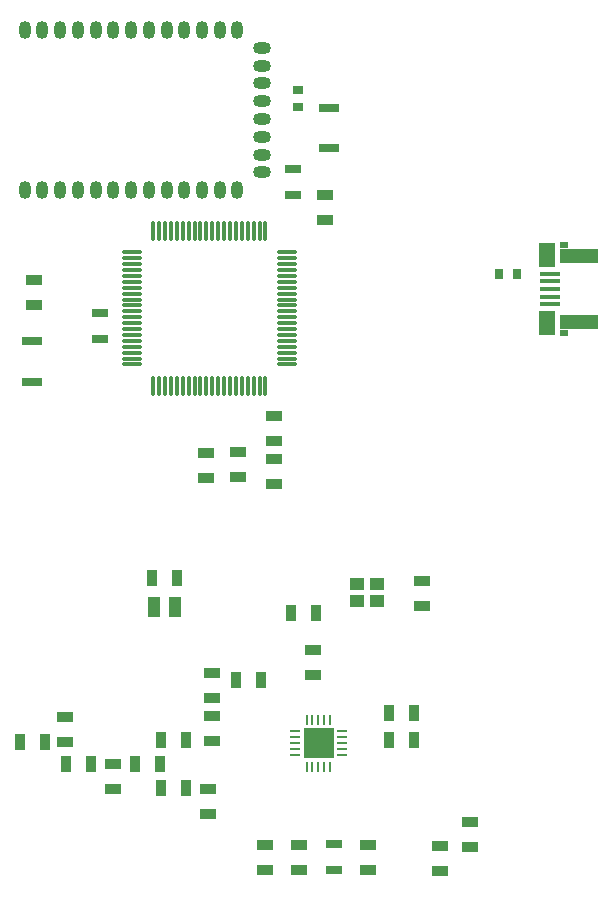
<source format=gtp>
%FSLAX25Y25*%
%MOIN*%
G70*
G01*
G75*
G04 Layer_Color=8421504*
%ADD10C,0.01969*%
%ADD11C,0.01000*%
%ADD12R,0.05512X0.03543*%
%ADD13R,0.03543X0.05512*%
%ADD14R,0.04016X0.07008*%
%ADD15R,0.06693X0.03150*%
%ADD16R,0.02756X0.03543*%
%ADD17R,0.05512X0.03150*%
%ADD18O,0.03740X0.00906*%
%ADD19R,0.03740X0.00906*%
%ADD20R,0.00906X0.03740*%
%ADD21R,0.09843X0.09843*%
%ADD22R,0.02756X0.02165*%
%ADD23R,0.12795X0.05118*%
%ADD24R,0.07087X0.01772*%
%ADD25R,0.05709X0.07874*%
%ADD26R,0.03543X0.02756*%
%ADD27R,0.04724X0.04331*%
%ADD28O,0.01181X0.06890*%
%ADD29O,0.06890X0.01181*%
G04:AMPARAMS|DCode=30|XSize=60mil|YSize=40mil|CornerRadius=19.8mil|HoleSize=0mil|Usage=FLASHONLY|Rotation=270.000|XOffset=0mil|YOffset=0mil|HoleType=Round|Shape=RoundedRectangle|*
%AMROUNDEDRECTD30*
21,1,0.06000,0.00040,0,0,270.0*
21,1,0.02040,0.04000,0,0,270.0*
1,1,0.03960,-0.00020,-0.01020*
1,1,0.03960,-0.00020,0.01020*
1,1,0.03960,0.00020,0.01020*
1,1,0.03960,0.00020,-0.01020*
%
%ADD30ROUNDEDRECTD30*%
G04:AMPARAMS|DCode=31|XSize=60mil|YSize=40mil|CornerRadius=19.8mil|HoleSize=0mil|Usage=FLASHONLY|Rotation=180.000|XOffset=0mil|YOffset=0mil|HoleType=Round|Shape=RoundedRectangle|*
%AMROUNDEDRECTD31*
21,1,0.06000,0.00040,0,0,180.0*
21,1,0.02040,0.04000,0,0,180.0*
1,1,0.03960,-0.01020,0.00020*
1,1,0.03960,0.01020,0.00020*
1,1,0.03960,0.01020,-0.00020*
1,1,0.03960,-0.01020,-0.00020*
%
%ADD31ROUNDEDRECTD31*%
%ADD32C,0.00787*%
%ADD33C,0.01500*%
%ADD34C,0.05906*%
%ADD35R,0.05906X0.05906*%
%ADD36C,0.20000*%
%ADD37C,0.20031*%
%ADD38O,0.04724X0.03150*%
%ADD39O,0.05118X0.03150*%
%ADD40C,0.05118*%
%ADD41C,0.09843*%
%ADD42C,0.06693*%
%ADD43R,0.05906X0.05906*%
%ADD44C,0.05000*%
%ADD45C,0.01969*%
%ADD46C,0.04000*%
%ADD47C,0.07543*%
%ADD48C,0.15799*%
%ADD49O,0.08331X0.06756*%
%ADD50O,0.08724X0.06756*%
%ADD51C,0.06756*%
%ADD52C,0.10299*%
%ADD53C,0.08724*%
%ADD54R,0.02362X0.03740*%
%ADD55R,0.07008X0.04016*%
%ADD56R,0.03150X0.05512*%
%ADD57R,0.03740X0.02362*%
%ADD58C,0.00984*%
%ADD59C,0.02362*%
%ADD60C,0.02000*%
%ADD61C,0.00197*%
%ADD62C,0.00394*%
%ADD63C,0.00591*%
%ADD64C,0.01600*%
%ADD65C,0.00500*%
D12*
X400500Y527866D02*
D03*
Y536134D02*
D03*
X383500Y448134D02*
D03*
Y439866D02*
D03*
X361500Y338134D02*
D03*
Y329866D02*
D03*
X439000Y310866D02*
D03*
Y319134D02*
D03*
X449000Y318866D02*
D03*
Y327134D02*
D03*
X392000Y319634D02*
D03*
Y311366D02*
D03*
X415000Y311390D02*
D03*
Y319657D02*
D03*
X380500Y311390D02*
D03*
Y319657D02*
D03*
X363000Y376996D02*
D03*
Y368728D02*
D03*
X396500Y384657D02*
D03*
Y376390D02*
D03*
X363000Y362634D02*
D03*
Y354366D02*
D03*
X360756Y442004D02*
D03*
Y450272D02*
D03*
X371500Y442366D02*
D03*
Y450634D02*
D03*
X314000Y362134D02*
D03*
Y353866D02*
D03*
X330000Y338366D02*
D03*
Y346634D02*
D03*
X383500Y454366D02*
D03*
Y462634D02*
D03*
X303500Y508000D02*
D03*
Y499732D02*
D03*
X433000Y407634D02*
D03*
Y399366D02*
D03*
D13*
X351134Y408500D02*
D03*
X342866D02*
D03*
X354134Y338500D02*
D03*
X345866D02*
D03*
X354134Y354500D02*
D03*
X345866D02*
D03*
X430134Y363500D02*
D03*
X421866D02*
D03*
X430134Y354500D02*
D03*
X421866D02*
D03*
X337366Y346500D02*
D03*
X345634D02*
D03*
X314366D02*
D03*
X322634D02*
D03*
X307134Y354000D02*
D03*
X298866D02*
D03*
X389366Y397024D02*
D03*
X397634D02*
D03*
X370866Y374524D02*
D03*
X379134D02*
D03*
D14*
X350713Y399000D02*
D03*
X343705D02*
D03*
D15*
X402000Y551807D02*
D03*
Y565193D02*
D03*
X303000Y474114D02*
D03*
Y487500D02*
D03*
D16*
X464453Y510000D02*
D03*
X458547D02*
D03*
D17*
X403500Y311193D02*
D03*
Y319854D02*
D03*
X325500Y496831D02*
D03*
Y488169D02*
D03*
X390000Y544831D02*
D03*
Y536169D02*
D03*
D18*
X406209Y349634D02*
D03*
D19*
Y351602D02*
D03*
Y353571D02*
D03*
Y355539D02*
D03*
Y357508D02*
D03*
X390697D02*
D03*
Y355539D02*
D03*
Y353571D02*
D03*
Y351602D02*
D03*
Y349634D02*
D03*
D20*
X402291Y361346D02*
D03*
X400323D02*
D03*
X398354D02*
D03*
X396386D02*
D03*
X394417D02*
D03*
Y345795D02*
D03*
X396386D02*
D03*
X398354D02*
D03*
X400323D02*
D03*
X402291D02*
D03*
D21*
X398453Y353571D02*
D03*
D22*
X480126Y490433D02*
D03*
Y519567D02*
D03*
D23*
X485146Y493976D02*
D03*
Y516024D02*
D03*
D24*
X475500Y510118D02*
D03*
Y507559D02*
D03*
Y505000D02*
D03*
Y502441D02*
D03*
Y499882D02*
D03*
D25*
X474713Y493583D02*
D03*
Y516417D02*
D03*
D26*
X391500Y571378D02*
D03*
Y565472D02*
D03*
D27*
X411307Y401024D02*
D03*
Y406535D02*
D03*
X418000D02*
D03*
Y401024D02*
D03*
D28*
X343299Y472614D02*
D03*
X345268D02*
D03*
X347236D02*
D03*
X349205D02*
D03*
X351173D02*
D03*
X353142D02*
D03*
X355110D02*
D03*
X357079D02*
D03*
X359047D02*
D03*
X361016D02*
D03*
X362984D02*
D03*
X364953D02*
D03*
X366921D02*
D03*
X368890D02*
D03*
X370858D02*
D03*
X372827D02*
D03*
X374795D02*
D03*
X376764D02*
D03*
X378732D02*
D03*
X380701D02*
D03*
Y524386D02*
D03*
X378732D02*
D03*
X376764D02*
D03*
X374795D02*
D03*
X372827D02*
D03*
X370858D02*
D03*
X368890D02*
D03*
X366921D02*
D03*
X364953D02*
D03*
X362984D02*
D03*
X361016D02*
D03*
X359047D02*
D03*
X357079D02*
D03*
X355110D02*
D03*
X353142D02*
D03*
X351173D02*
D03*
X349205D02*
D03*
X347236D02*
D03*
X345268D02*
D03*
X343299D02*
D03*
D29*
X387886Y479799D02*
D03*
Y481768D02*
D03*
Y483736D02*
D03*
Y485705D02*
D03*
Y487673D02*
D03*
Y489642D02*
D03*
Y491610D02*
D03*
Y493579D02*
D03*
Y495547D02*
D03*
Y497516D02*
D03*
Y499484D02*
D03*
Y501453D02*
D03*
Y503421D02*
D03*
Y505390D02*
D03*
Y507358D02*
D03*
Y509327D02*
D03*
Y511295D02*
D03*
Y513264D02*
D03*
Y515232D02*
D03*
Y517201D02*
D03*
X336114D02*
D03*
Y515232D02*
D03*
Y513264D02*
D03*
Y511295D02*
D03*
Y509327D02*
D03*
Y507358D02*
D03*
Y505390D02*
D03*
Y503421D02*
D03*
Y501453D02*
D03*
Y499484D02*
D03*
Y497516D02*
D03*
Y495547D02*
D03*
Y493579D02*
D03*
Y491610D02*
D03*
Y489642D02*
D03*
Y487673D02*
D03*
Y485705D02*
D03*
Y483736D02*
D03*
Y481768D02*
D03*
Y479799D02*
D03*
D30*
X300492Y591177D02*
D03*
X306392D02*
D03*
X312292D02*
D03*
X318192D02*
D03*
X324092D02*
D03*
X330020D02*
D03*
X335925D02*
D03*
X341831D02*
D03*
X347736D02*
D03*
X353642D02*
D03*
X359547D02*
D03*
X365453D02*
D03*
X371358D02*
D03*
Y537823D02*
D03*
X365453D02*
D03*
X359547D02*
D03*
X353642D02*
D03*
X347736D02*
D03*
X341831D02*
D03*
X335925D02*
D03*
X330020D02*
D03*
X324092D02*
D03*
X318192D02*
D03*
X312292D02*
D03*
X306392D02*
D03*
X300492D02*
D03*
D31*
X379508Y585277D02*
D03*
Y579377D02*
D03*
Y573477D02*
D03*
Y567577D02*
D03*
Y561603D02*
D03*
Y555697D02*
D03*
Y549792D02*
D03*
Y543886D02*
D03*
M02*

</source>
